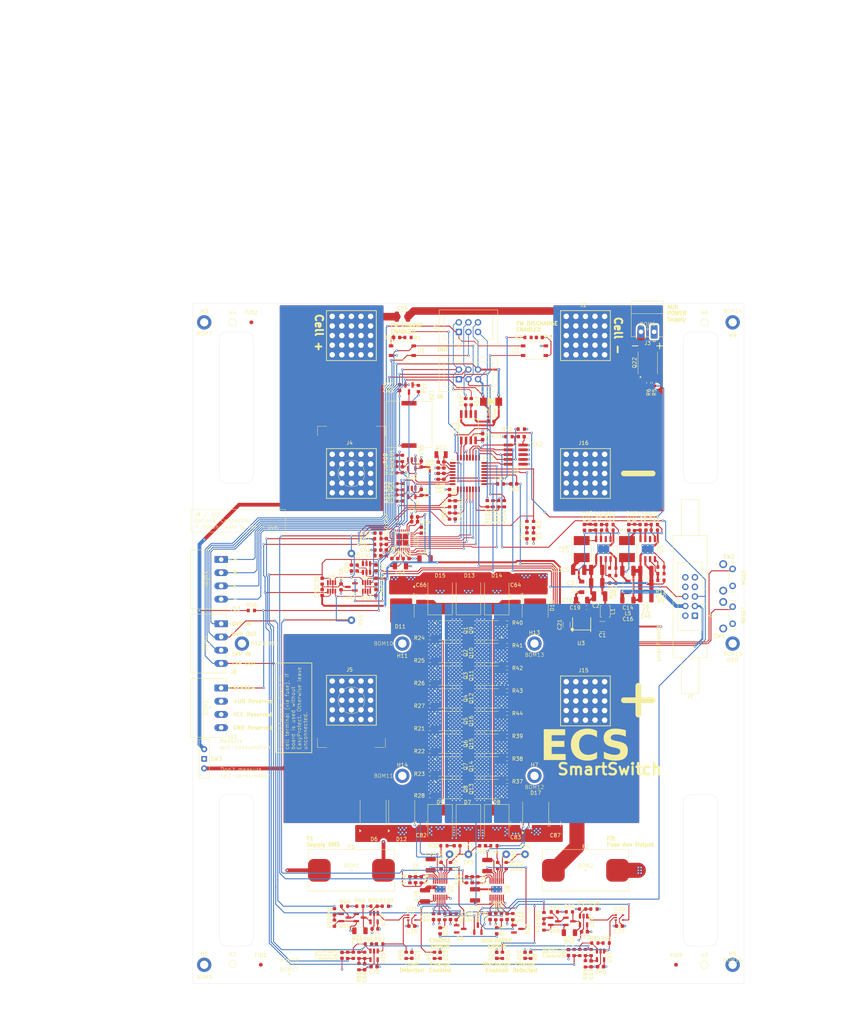
<source format=kicad_pcb>
(kicad_pcb
	(version 20241229)
	(generator "pcbnew")
	(generator_version "9.0")
	(general
		(thickness 1.74)
		(legacy_teardrops no)
	)
	(paper "A3" portrait)
	(layers
		(0 "F.Cu" signal)
		(4 "In1.Cu" signal)
		(6 "In2.Cu" signal)
		(8 "In3.Cu" signal)
		(10 "In4.Cu" signal)
		(2 "B.Cu" signal)
		(9 "F.Adhes" user "F.Adhesive")
		(11 "B.Adhes" user "B.Adhesive")
		(13 "F.Paste" user)
		(15 "B.Paste" user)
		(5 "F.SilkS" user "F.Silkscreen")
		(7 "B.SilkS" user "B.Silkscreen")
		(1 "F.Mask" user)
		(3 "B.Mask" user)
		(17 "Dwgs.User" user "User.Drawings")
		(19 "Cmts.User" user "User.Comments")
		(21 "Eco1.User" user "User.Eco1")
		(23 "Eco2.User" user "User.Eco2")
		(25 "Edge.Cuts" user)
		(27 "Margin" user)
		(31 "F.CrtYd" user "F.Courtyard")
		(29 "B.CrtYd" user "B.Courtyard")
		(35 "F.Fab" user)
		(33 "B.Fab" user)
		(39 "User.1" user)
		(41 "User.2" user "User.2 -Bemaßung")
		(43 "User.3" user "User.3 - Heatsink")
		(45 "User.4" user)
		(47 "User.5" user)
		(49 "User.6" user)
		(51 "User.7" user)
		(53 "User.8" user)
		(55 "User.9" user)
	)
	(setup
		(stackup
			(layer "F.SilkS"
				(type "Top Silk Screen")
			)
			(layer "F.Paste"
				(type "Top Solder Paste")
			)
			(layer "F.Mask"
				(type "Top Solder Mask")
				(thickness 0.01)
			)
			(layer "F.Cu"
				(type "copper")
				(thickness 0.07)
			)
			(layer "dielectric 1"
				(type "prepreg")
				(thickness 0.1)
				(material "FR4")
				(epsilon_r 4.5)
				(loss_tangent 0.02)
			)
			(layer "In1.Cu"
				(type "copper")
				(thickness 0.07)
			)
			(layer "dielectric 2"
				(type "core")
				(thickness 0.535)
				(material "FR4")
				(epsilon_r 4.5)
				(loss_tangent 0.02)
			)
			(layer "In2.Cu"
				(type "copper")
				(thickness 0.07)
			)
			(layer "dielectric 3"
				(type "prepreg")
				(thickness 0.1)
				(material "FR4")
				(epsilon_r 4.5)
				(loss_tangent 0.02)
			)
			(layer "In3.Cu"
				(type "copper")
				(thickness 0.035)
			)
			(layer "dielectric 4"
				(type "core")
				(thickness 0.535)
				(material "FR4")
				(epsilon_r 4.5)
				(loss_tangent 0.02)
			)
			(layer "In4.Cu"
				(type "copper")
				(thickness 0.035)
			)
			(layer "dielectric 5"
				(type "prepreg")
				(thickness 0.1)
				(material "FR4")
				(epsilon_r 4.5)
				(loss_tangent 0.02)
			)
			(layer "B.Cu"
				(type "copper")
				(thickness 0.07)
			)
			(layer "B.Mask"
				(type "Bottom Solder Mask")
				(thickness 0.01)
			)
			(layer "B.Paste"
				(type "Bottom Solder Paste")
			)
			(layer "B.SilkS"
				(type "Bottom Silk Screen")
			)
			(copper_finish "None")
			(dielectric_constraints no)
		)
		(pad_to_mask_clearance 0)
		(allow_soldermask_bridges_in_footprints no)
		(tenting front back)
		(grid_origin 174 300)
		(pcbplotparams
			(layerselection 0x00000000_00000000_55555555_5755f5ff)
			(plot_on_all_layers_selection 0x00000000_00000000_00000000_00000000)
			(disableapertmacros no)
			(usegerberextensions no)
			(usegerberattributes yes)
			(usegerberadvancedattributes yes)
			(creategerberjobfile yes)
			(dashed_line_dash_ratio 12.000000)
			(dashed_line_gap_ratio 3.000000)
			(svgprecision 4)
			(plotframeref no)
			(mode 1)
			(useauxorigin no)
			(hpglpennumber 1)
			(hpglpenspeed 20)
			(hpglpendiameter 15.000000)
			(pdf_front_fp_property_popups yes)
			(pdf_back_fp_property_popups yes)
			(pdf_metadata yes)
			(pdf_single_document no)
			(dxfpolygonmode yes)
			(dxfimperialunits yes)
			(dxfusepcbnewfont yes)
			(psnegative no)
			(psa4output no)
			(plot_black_and_white yes)
			(plotinvisibletext no)
			(sketchpadsonfab no)
			(plotpadnumbers no)
			(hidednponfab no)
			(sketchdnponfab yes)
			(crossoutdnponfab yes)
			(subtractmaskfromsilk no)
			(outputformat 1)
			(mirror no)
			(drillshape 1)
			(scaleselection 1)
			(outputdirectory "")
		)
	)
	(net 0 "")
	(net 1 "Net-(D1-K)")
	(net 2 "GND")
	(net 3 "Net-(D2-K)")
	(net 4 "VCC")
	(net 5 "Net-(D1-A)")
	(net 6 "BAT+CONTROLED")
	(net 7 "Net-(C10-Pad1)")
	(net 8 "5V5")
	(net 9 "Net-(U3-SS)")
	(net 10 "5V0")
	(net 11 "VREF")
	(net 12 "/ps/in")
	(net 13 "Net-(J3-2)")
	(net 14 "/greenMeter/ISENSE_FAST+")
	(net 15 "/greenMeter/ISENSE_PREZ+")
	(net 16 "/greenMeter/ISENSE_PREZ-")
	(net 17 "Net-(Q4-G)")
	(net 18 "/greenMeter/ISENSE_FAST-")
	(net 19 "Net-(Q5-G)")
	(net 20 "Net-(Q6-G)")
	(net 21 "Net-(Q7-G)")
	(net 22 "Net-(Q8-G)")
	(net 23 "/greenMeter/NRST")
	(net 24 "Net-(U18-+IN)")
	(net 25 "Net-(D4-A)")
	(net 26 "Net-(J3-1)")
	(net 27 "/greenMeter/RS485_D")
	(net 28 "Net-(U19-+IN)")
	(net 29 "Net-(U22-CAPN)")
	(net 30 "/greenMeter/RS485_R")
	(net 31 "/greenMeter/SPI1_MOSI")
	(net 32 "/greenMeter/ADC_START")
	(net 33 "/greenMeter/SPI1_MISO")
	(net 34 "/greenMeter/ADC_DRDY")
	(net 35 "/greenMeter/ADC_RESET")
	(net 36 "/greenMeter/ADC_CS")
	(net 37 "/greenMeter/SPI1_SCK")
	(net 38 "/OVP_IN")
	(net 39 "/chargeControl/SNS+")
	(net 40 "/chargeControl/SNS-")
	(net 41 "/LVP_IN")
	(net 42 "/OVP_OUT")
	(net 43 "/LVP_OUT")
	(net 44 "Net-(Q1-G)")
	(net 45 "Net-(Q2-G)")
	(net 46 "Net-(Q3-G)")
	(net 47 "/greenMeter/CHARGE_ENABLED")
	(net 48 "/greenMeter/DISCHARGE_ENABLED")
	(net 49 "/greenMeter/AUX_EN")
	(net 50 "/greenMeter/ISENSE+")
	(net 51 "/greenMeter/ISENSE-")
	(net 52 "/greenMeter/SWCLK")
	(net 53 "/switchControl/CHG_DETECTED")
	(net 54 "Net-(U17-+)")
	(net 55 "/switchControl/LOAD_DETECTED")
	(net 56 "unconnected-(J7-Pin_7-Pad7)")
	(net 57 "/greenMeter/USENSE_SHUNT_BUF")
	(net 58 "/greenMeter/USENSE+_BUF")
	(net 59 "/greenMeter/SWDIO")
	(net 60 "/CHARGE_CONTROL")
	(net 61 "Net-(Q22-G)")
	(net 62 "Net-(U12-PA10{slash}NC)")
	(net 63 "Net-(Q13-G)")
	(net 64 "Net-(Q14-G)")
	(net 65 "Net-(Q15-G)")
	(net 66 "Net-(Q16-G)")
	(net 67 "/BUS_+5V")
	(net 68 "Net-(U4-VIN)")
	(net 69 "Net-(U4-BST)")
	(net 70 "Net-(U4-SW)")
	(net 71 "Net-(U5-SW)")
	(net 72 "Net-(U5-BST)")
	(net 73 "Net-(C11-Pad1)")
	(net 74 "Net-(U4-FB)")
	(net 75 "Net-(U5-FB)")
	(net 76 "Net-(C11-Pad2)")
	(net 77 "Net-(C12-Pad2)")
	(net 78 "Net-(U6-FILTER)")
	(net 79 "Net-(U7-SNS-)")
	(net 80 "Net-(C23-Pad1)")
	(net 81 "Net-(U7-TIMER)")
	(net 82 "Net-(U8-SNS-)")
	(net 83 "Net-(U8-TIMER)")
	(net 84 "Net-(U22-CAPP)")
	(net 85 "Net-(U12-PC14)")
	(net 86 "Net-(U12-PC15)")
	(net 87 "Net-(U12-PC6)")
	(net 88 "Net-(Q20-C)")
	(net 89 "Net-(Q21-C)")
	(net 90 "Net-(D2-A)")
	(net 91 "Net-(D3-A)")
	(net 92 "/BUS_GND")
	(net 93 "/BUS_B")
	(net 94 "Net-(D10-K)")
	(net 95 "Net-(D16-K)")
	(net 96 "Net-(D20-A)")
	(net 97 "Net-(D21-A)")
	(net 98 "/BUS_A")
	(net 99 "/chargeControl/vcc_int")
	(net 100 "/dischargeControl/vcc_int")
	(net 101 "unconnected-(D5-NC-Pad2)")
	(net 102 "unconnected-(D22-NC-Pad2)")
	(net 103 "Net-(Q9-G)")
	(net 104 "Net-(Q10-G)")
	(net 105 "Net-(Q11-G)")
	(net 106 "Net-(Q12-G)")
	(net 107 "Net-(U4-EN{slash}UVLO)")
	(net 108 "Net-(U5-EN{slash}UVLO)")
	(net 109 "Net-(U4-RON)")
	(net 110 "Net-(U5-RON)")
	(net 111 "Net-(U7-TGDN)")
	(net 112 "Net-(U7-ISET)")
	(net 113 "Net-(U7-TGUP)")
	(net 114 "Net-(U7-VCCUV)")
	(net 115 "Net-(U8-TGDN)")
	(net 116 "Net-(U8-ISET)")
	(net 117 "Net-(U8-TGUP)")
	(net 118 "Net-(U8-VCCUV)")
	(net 119 "Net-(U15-+)")
	(net 120 "Net-(U14-+)")
	(net 121 "Net-(U14--)")
	(net 122 "Net-(Q18-B)")
	(net 123 "Net-(Q19-B)")
	(net 124 "Net-(Q18-C)")
	(net 125 "Net-(Q19-C)")
	(net 126 "Net-(U16-+)")
	(net 127 "Net-(U7-IMON)")
	(net 128 "Net-(U8-IMON)")
	(net 129 "Net-(U11-V_{OUT})")
	(net 130 "Net-(U16-Pad1)")
	(net 131 "Net-(U17-Pad1)")
	(net 132 "/LOAD_CONTROL")
	(net 133 "/chargeControl/SWITCH_OUT")
	(net 134 "/chargeControl/SWITCH_IN")
	(net 135 "/chargeControl/BST")
	(net 136 "/dischargeControl/BST")
	(net 137 "/U_SENSE+")
	(net 138 "/greenMeter/LVP_SENSE_DIV")
	(net 139 "/greenMeter/OVP_SENSE_DIV")
	(net 140 "Net-(D23-A)")
	(net 141 "Net-(D24-A)")
	(net 142 "unconnected-(U4-PGOOD-Pad6)")
	(net 143 "unconnected-(U5-PGOOD-Pad6)")
	(net 144 "/B+Terminal")
	(net 145 "Net-(SW3-B)")
	(net 146 "Net-(BZ1--)")
	(net 147 "/greenMeter/Buzzer")
	(net 148 "/chargeControl/~{Fault}")
	(net 149 "R2{slash}COM")
	(net 150 "Net-(Q23-B)")
	(net 151 "/dischargeControl/~{Fault}")
	(net 152 "Net-(U15--)")
	(net 153 "Net-(U22-REFOUT)")
	(net 154 "Net-(U22-BYPASS)")
	(net 155 "Net-(U13-A)")
	(net 156 "Net-(U13-B)")
	(net 157 "unconnected-(U22-NC-7-Pad25)")
	(net 158 "unconnected-(U22-NC-6-Pad24)")
	(net 159 "unconnected-(U22-NC-8-Pad26)")
	(net 160 "unconnected-(U22-NC-3-Pad21)")
	(net 161 "unconnected-(U22-NC-4-Pad22)")
	(net 162 "unconnected-(U22-NC-9-Pad27)")
	(net 163 "unconnected-(U22-NC-2-Pad20)")
	(net 164 "unconnected-(U22-NC-1-Pad19)")
	(net 165 "unconnected-(U22-NC-5-Pad23)")
	(net 166 "Net-(C28-Pad1)")
	(net 167 "unconnected-(H1-Pad1)")
	(net 168 "unconnected-(H3-Pad1)")
	(net 169 "unconnected-(H5-Pad1)")
	(net 170 "unconnected-(H7-Pad1)")
	(net 171 "unconnected-(H9-Pad1)")
	(net 172 "unconnected-(H10-Pad1)")
	(net 173 "unconnected-(H11-Pad1)")
	(net 174 "unconnected-(H12-Pad1)")
	(net 175 "unconnected-(H13-Pad1)")
	(net 176 "unconnected-(H14-Pad1)")
	(net 177 "Net-(R55-Pad2)")
	(net 178 "Net-(R62-Pad2)")
	(net 179 "~{OC_FAULT}")
	(footprint "Connector_Pin:Pin_D1.0mm_L10.0mm" (layer "F.Cu") (at 169 265.75))
	(footprint "Resistor_SMD:R_0603_1608Metric" (layer "F.Cu") (at 196.75 281 180))
	(footprint "Connector_PinHeader_1.27mm:PinHeader_2x05_P1.27mm_Vertical_SMD" (layer "F.Cu") (at 186.5 160 180))
	(footprint "Capacitor_SMD:C_1210_3225Metric" (layer "F.Cu") (at 164 268.525 -90))
	(footprint "Resistor_SMD:R_0603_1608Metric" (layer "F.Cu") (at 146.5 292.5 90))
	(footprint "Resistor_SMD:R_0603_1608Metric" (layer "F.Cu") (at 156.5 168.5 -90))
	(footprint "Resistor_SMD:R_0603_1608Metric" (layer "F.Cu") (at 169 173 90))
	(footprint "Resistor_SMD:R_0603_1608Metric" (layer "F.Cu") (at 204.25 280.25))
	(footprint "MountingHole:MountingHole_2.2mm_M2_DIN965_Pad" (layer "F.Cu") (at 191.5 245))
	(footprint "Capacitor_SMD:C_0603_1608Metric" (layer "F.Cu") (at 169 170 -90))
	(footprint "myBOM:BOM_PART_2x2mm" (layer "F.Cu") (at 244 295))
	(footprint "Resistor_SMD:R_0603_1608Metric" (layer "F.Cu") (at 221.75 141 -90))
	(footprint "Resistor_SMD:R_0603_1608Metric" (layer "F.Cu") (at 184.25 246.5 180))
	(footprint "Connector_IDC:IDC-Header_2x05_P2.54mm_Latch9.5mm_Vertical" (layer "F.Cu") (at 234 202.62 180))
	(footprint "Capacitor_SMD:C_0603_1608Metric" (layer "F.Cu") (at 166 162.75 90))
	(footprint "Resistor_SMD:R_0603_1608Metric" (layer "F.Cu") (at 150 182.25))
	(footprint "Package_TO_SOT_SMD:TO-252-2" (layer "F.Cu") (at 191.6775 200 -90))
	(footprint "Capacitor_SMD:C_0603_1608Metric" (layer "F.Cu") (at 154.5 187.5))
	(footprint "Resistor_SMD:R_0603_1608Metric" (layer "F.Cu") (at 145 295.5 90))
	(footprint "Capacitor_SMD:C_0603_1608Metric" (layer "F.Cu") (at 180 151.25 180))
	(footprint "greenMeter_v3:MAXIM_SO08-208" (layer "F.Cu") (at 174 152.75))
	(footprint "Resistor_SMD:R_0603_1608Metric" (layer "F.Cu") (at 183.5 173 90))
	(footprint "LED_SMD:LED_0603_1608Metric" (layer "F.Cu") (at 181.5 286 -90))
	(footprint "Resistor_SMD:R_0603_1608Metric" (layer "F.Cu") (at 200.75 281))
	(footprint "Capacitor_SMD:C_0603_1608Metric" (layer "F.Cu") (at 150 186.75 180))
	(footprint "Package_SO:PowerPAK_SO-8_Single" (layer "F.Cu") (at 169 242.5))
	(footprint "Capacitor_SMD:C_0603_1608Metric" (layer "F.Cu") (at 214 284.75 180))
	(footprint "LED_SMD:LED_0603_1608Metric" (layer "F.Cu") (at 181.5 292.5 -90))
	(footprint "Package_TO_SOT_SMD:SOT-23"
		(layer "F.Cu")
		(uuid "1db93de7-e106-4232-a8bc-110e2601a165")
		(at 200.75 283.5)
		(descr "SOT, 3 Pin (JEDEC TO-236 Var AB https://www.jedec.org/document_search?search_api_views_fulltext=TO-236), generated with kicad-footprint-generator ipc_gullwing_generator.py")
		(tags "SOT TO_SOT_SMD")
		(property "Reference" "Q20"
			(at 0 4.75 0)
			(layer "F.SilkS")
			(uuid "9e757231-4a92-48bb-9ce8-a4d04b3a5e14")
			(effects
				(font
					(size 1 1)
					(thickness 0.15)
				)
			)
		)
		(property "Value" "BC846B"
			(at 0 2.4 0)
			(layer "F.Fab")
			(uuid "a4d22237-ecef-4654-86c0-7cc57cbf39c6")
			(effects
				(font
					(size 1 1)
					(thickness 0.15)
				)
			)
		)
		(property "Datasheet" "https://services.taiwansemi.com/storage/resources/datasheet/BC846A%20SERIES_I2001.pdf"
			(at 0 0 0)
			(layer "F.Fab")
			(hide yes)
			(uuid "0a52ec5e-923e-4e92-8669-f414c2e08186")
			(effects
				(font
					(size 1.27 1.27)
					(thickness 0.15)
				)
			)
		)
		(property "Description" "BC846B NPN SMALL SIGNAL TRANSISTOR SOT23  65V 0,1A"
			(at 0 0 0)
			(layer "F.Fab")
			(hide yes)
			(uuid "e92b4a16-4ac4-4cba-bd25-e917e0c75c10")
			(effects
				(font
					(size 1.27 1.27)
					(thickness 0.15)
				)
			)
		)
		(property "ECS Art#" "T045"
			(at 0 0 0)
			(unlocked yes)
			(layer "F.Fab")
			(hide yes)
			(uuid "c532a187-4e71-482a-83fb-1eebfe5e59c6")
			(effects
				(font
					(size 1 1)
					(thickness 0.15)
				)
			)
		)
		(property "HAN" "BC846B"
			(at 0 0 0)
			(unlocked yes)
			(layer "F.Fab")
			(hide yes)
			(uuid "6405eb2f-5274-4197-a0a0-b14c97b9db5e")
			(effects
				(font
					(size 1 1)
					(thickness 0.15)
				)
			)
		)
		(property "Voltage" ""
			(at 0 0 0)
			(unlocked yes)
			(layer "F.Fab")
			(hide yes)
			(uuid "889b99bf-e452-461b-8749-38e214b87f15")
			(effects
				(font
					(size 1 1)
					(thickness 0.15)
				)
			)
		)
		(property "Toleranz" ""
			(at 0 0 0)
			(unlocked yes)
			(layer "F.Fab")
			(hide yes)
			(uuid "94e51adb-a283-4844-a109-d3fa224ff458")
			(effects
				(font
					(size 1 1)
					(thickness 0.15)
				)
			)
		)
		(property "Hersteller" "TSC"
			(at 0 0 0)
			(unlocked yes)
			(layer "F.Fab")
			(hide yes)
			(uuid "5e5d7d0e-c671-4942-9ad6-1dee9d172160")
			(effects
				(font
					(size 1 1)
					(thickness 0.15)
				)
			)
		)
		(property "Field-1" ""
			(at 0 0 0)
			(unlocked yes)
			(layer "F.Fab")
			(hide yes)
			(uuid "31190a9a-ae0c-4627-b47c-2c6803313303")
			(effects
				(font
					(size 1 1)
					(thickness 0.15)
				)
			)
		)
		(property "Sim.Device" ""
			(at 0 0 0)
			(unlocked yes)
			(layer "F.Fab")
			(hide yes)
			(uuid "9e286e7b-21fc-4f61-9d6c-aa233cb7d2be")
			(effects
				(font
					(size 1 1)
					(thickness 0.15)
				)
			)
		)
		(property "Sim.Pins" ""
			(at 0 0 0)
			(unlocked yes)
			(layer "F.Fab")
			(hide yes)
			(uuid "23dbbab5-d61b-459e-b820-911e0f37731f")
			(effects
				(font
					(size 1 1)
					(thickness 0.15)
				)
			)
		)
		(path "/81d06683-0ac5-4428-9aba-04cf8d65750e/352163b4-5867-46ae-bbb6-c33e4a634093")
		(sheetname "/switchControl/")
		(sheetfile "switch_control.kicad_sch")
		(attr smd)
		(fp_line
			(start 0 -1.56)
			(end -0.65 -1.56)
			(stroke
				(width 0.12)
				(type solid)
			)
			(layer "F.SilkS")
			(uuid "5145445e-088f-4815-ac4a-8b93f8111c34")
		)
		(fp_line
			(start 0 -1.56)
			(end 0.65 -1.56)
			(stroke
				(width 0.12)
				(type solid)
			)
			(layer "F.SilkS")
			(uuid "5d530dec-2a75-4c3f-ae2a-79315d1987da")
		)
		(fp_line
			(start 0 1.56)
			(end -0.65 1.56)
			(stroke
				(width 0.12)
				(type solid)
			)
			(layer "F.SilkS")
			(uuid "ee21e81b-5be8-41ef-8d70-e1d46197e981")
		)
		(fp_line
			(start 0 1.56)
			(end 0.65 1.56)
			(stroke
				(width 0.12)
				(type solid)
			)
			(layer "F.SilkS")
			(uuid "4711969c-905f-481f-81a2-c2996f4d6bc0")
		)
		(fp_poly
			(pts
				(xy -1.1625 -1.51) (xy -1.4025 -1.84) (xy -0.9225 -1.84) (xy -1.1625 -1.51)
			)
			(stroke
				(width 0.12)
				(type solid)
			)
			(fill yes)
			(layer "F.SilkS")
			(uuid "1ee5b765-624f-4db3-a190-e60526aa031f")
		)
		(fp_line
			(start -1.92 -1.7)
			(end -1.92 1.7)
			(stroke
				(width 0.05)
				(type solid)
			)
			(layer "F.CrtYd")
			(uuid "662fcda6-c9f8-4231-8ab5-8da4d4cadff8")
		)
		(fp_line
			(start -1.92 1.7)
			(end 1.92 1.7)
			(stroke
				(width 0.05)
				(type solid)
			)
			(layer "F.CrtYd")
			(uuid "165e0ff6-4d3e-4b20-80a2-c35776f391b1")
		)
		(fp_line
			(start 1.92 -1.7)
			(end -1.92 -1.7)
			(stroke
				(width 0.05)
				(type solid)
			)
			(layer "F.CrtYd")
			(uuid "e701a8da-d7de-4f58-9468-03cbe44b289d")
		)
		(fp_line
			(start 1.92 1.7)
			(end 1.92 -1.7)
			(stroke
				(width 0.05)
				(type solid)
			)
			(layer "F.CrtYd")
			(uuid "266d97eb-26ec-4810-b9bd-d8c25c6c7919")
		)
		(fp_line
			(start -0.65 -1.125)
			(end -0.325 -1.45)
			(stroke
				(width 0.1)
				(type solid)
			)
			(layer "F.Fab")
			(uuid "3db1e804-966e-4b62-a5c1-21aad1dfaa85")
		)
		(fp_line
			(start -0.65 1.45)
			(end -0.65 -1.125)
			(stroke
				(width 0.1)
				(type solid)
			)
			(layer "F.Fab")
			(uuid "40e709e6-942a-479f-8d4e-4b8dd01e7eca")
		)
		(fp_line
			(start -0.325 -1.45)
			(end 0.65 -1.45)
			(stroke
				(width 0.1)
				(type solid)
			)
			(layer "F.Fab")
			(uuid "2c4f08c3-3c42-49b8-88a0-6fa6b9a4e70f")
		)
		(fp_line
			(start 0.65 -1.45)
			(end 0.65 1.45)
			(stroke
				(width 0.1)
				(type solid)
			)
			(layer "F.Fab")
			(uuid "a04d5a03-6274-4cd2-b4f4-1b3ab2d093be")
		)
		(fp_line
			(start 0.65 1.45)
			(end -0.65 1.45)
			(stroke

... [3545399 chars truncated]
</source>
